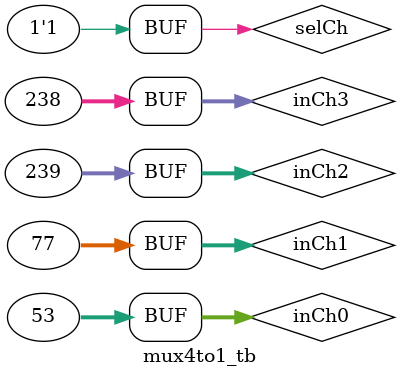
<source format=v>
module mux4to1 (input [1:0] selCh, input [31:0] inCh0, input [31:0] inCh1, input [31:0] inCh2, input [31:0] inCh3, output [31:0] selData);

	assign selData = selCh == 2'b00 ? inCh0 : 
                     selCh == 2'b01 ? inCh1 :
                     selCh == 2'b10 ? inCh2 :
                     selCh == 2'b11 ? inCh3 : 32'bx;

endmodule

module mux4to1_tb;

	reg selCh;
	reg [31:0] inCh0;
	reg [31:0] inCh1;
	reg [31:0] inCh2;
	reg [31:0] inCh3;
	wire [31:0] selData;

	initial begin

		$monitor ("selCh:%d inCh0:%d inCh1:%d selData:%d", selCh, inCh0, inCh1, selData);

		#10 selCh = 0; inCh0 = 102; inCh1 = 15; inCh2 = 19; inCh3 = 28;
		#10 selCh = 1; inCh2 = 239;
		#10 inCh0 = 53;
		#10 selCh = 2;
		#10 inCh1 = 77; inCh3 = 238;
		#10 selCh = 0;
		#10 selCh = 3;

	end

	mux4to1 m1 (selCh, inCh0, inCh1, inCh2, inCh3, selData);

endmodule
</source>
